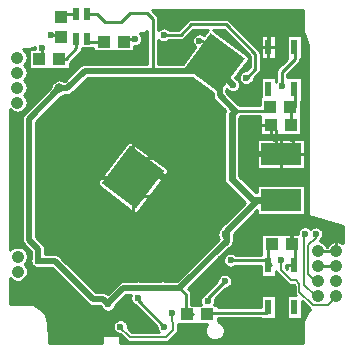
<source format=gbr>
G04 DipTrace 3.2.0.1*
G04 Bottom.gbr*
%MOIN*%
G04 #@! TF.FileFunction,Copper,L2,Bot*
G04 #@! TF.Part,Single*
%AMOUTLINE9*
4,1,4,
-0.014979,0.099094,
0.099094,0.014979,
0.014979,-0.099094,
-0.099094,-0.014979,
-0.014979,0.099094,
0*%
%AMOUTLINE12*
4,1,4,
-0.103974,-0.020286,
-0.00926,0.105529,
0.103974,0.020286,
0.00926,-0.105529,
-0.103974,-0.020286,
0*%
G04 #@! TA.AperFunction,CopperBalancing*
%ADD10C,0.009843*%
G04 #@! TA.AperFunction,Conductor*
%ADD16C,0.015748*%
%ADD17C,0.006299*%
G04 #@! TA.AperFunction,ViaPad*
%ADD22C,0.031496*%
G04 #@! TA.AperFunction,Conductor*
%ADD24C,0.019685*%
%ADD27C,0.020669*%
G04 #@! TA.AperFunction,ViaPad*
%ADD28C,0.023622*%
G04 #@! TA.AperFunction,Conductor*
%ADD29C,0.005906*%
G04 #@! TA.AperFunction,CopperBalancing*
%ADD30C,0.008661*%
%ADD33R,0.03937X0.043307*%
%ADD34R,0.043307X0.03937*%
%ADD35R,0.133858X0.074803*%
%ADD37R,0.023622X0.03937*%
G04 #@! TA.AperFunction,ComponentPad*
%ADD44C,0.041339*%
%ADD59R,0.023622X0.051181*%
G04 #@! TA.AperFunction,ViaPad*
%ADD61C,0.025984*%
%ADD125OUTLINE9*%
%ADD128OUTLINE12*%
%FSLAX26Y26*%
G04*
G70*
G90*
G75*
G01*
G04 Bottom*
%LPD*%
X275984Y77953D2*
D10*
X349606D1*
Y76772D1*
X330315Y125984D2*
Y96063D1*
X349606Y76772D1*
X388976Y126378D2*
Y84646D1*
X381102Y76772D1*
X349606D1*
X381496Y-176772D2*
Y-220866D1*
X384646Y-224016D1*
X393701D1*
Y-292126D1*
X392520Y-293307D1*
X532677Y-246457D2*
X471260D1*
Y-246850D1*
X330315Y125984D2*
Y156693D1*
X314567Y172441D1*
X356693Y527953D2*
X341732D1*
X307087Y493307D1*
Y433071D1*
X305906D1*
X-145434Y-867D2*
X-118190D1*
X-117323Y0D1*
X-118110Y61811D2*
X-47253D1*
X-46072Y62992D1*
X-118504Y-62205D2*
X-48434D1*
X-46072Y-64567D1*
X19282D1*
X19676Y-64173D1*
Y-1575D1*
X18888Y-787D1*
Y61811D1*
X19676Y62598D1*
X-45678D1*
X-116929Y62992D2*
X-118110Y61811D1*
Y787D1*
X-144567Y0D2*
X-145434Y-867D1*
X-117323Y0D2*
Y-61024D1*
X-118504Y-62205D1*
X-206693Y-224803D2*
X-140954D1*
X19676Y-64173D1*
X-353552Y110630D2*
Y75993D1*
X-275197Y-2362D1*
X402756Y-538189D2*
X351181Y-486614D1*
Y-403543D1*
X383858Y-370866D1*
X-275197Y-2362D2*
X-146929D1*
X-145434Y-867D1*
X305906Y-433071D2*
Y-446063D1*
X298819Y-453150D1*
X108268D1*
X103150Y-458268D1*
X317717Y-224016D2*
X306693D1*
Y-292520D1*
X305906Y-293307D1*
X180709Y-277165D2*
X297638D1*
X313780Y-293307D1*
X305906D1*
X464961Y-189764D2*
D17*
Y-202756D1*
X440157Y-227559D1*
Y-324409D1*
X462598Y-346850D1*
X471260D1*
X428740Y-188976D2*
X426772D1*
Y-360630D1*
X464173Y-398031D1*
X470079D1*
X471260Y-396850D1*
X532677Y-396457D2*
Y-400394D1*
X505512Y-427559D1*
X455906D1*
X410236Y-381890D1*
Y-356299D1*
X397244Y-343307D1*
X381102D1*
X347244Y-309449D1*
Y-277165D1*
X187795Y306693D2*
D24*
X147970Y346518D1*
D10*
X147010D1*
X128346Y380315D1*
X349606Y-76772D2*
D24*
X270472D1*
X167717Y-179528D1*
Y-212598D1*
X10236Y-370079D1*
X-127559D1*
X36220Y-458268D2*
D10*
X30709D1*
Y-390551D1*
X10236Y-370079D1*
X161417Y-190551D2*
D16*
X166929Y-218898D1*
X167717Y-212598D1*
X471260Y-296850D2*
D10*
X532677D1*
Y-296457D1*
X-390157Y296063D2*
D24*
X-363386D1*
X-304724Y354724D1*
X-78346D1*
X3543D1*
X91339D1*
X143701Y302362D1*
Y273228D1*
X196457Y220472D1*
D10*
X299213D1*
X312992Y234252D1*
X76772Y454724D2*
X103097Y448534D1*
X28294Y351290D1*
X3543Y354724D1*
X91339D2*
X102756D1*
X128346Y380315D1*
X-227559Y-424016D2*
X-224606Y-421063D1*
Y-417913D1*
D27*
X-176772Y-370079D1*
X-127559D1*
X-46457Y-368898D2*
D10*
X9843D1*
X30709Y-389764D2*
Y-440551D1*
X36220D1*
X53937Y-458268D1*
X36220D1*
X-461417Y-279134D2*
D24*
X-406299D1*
X-277953Y-407480D1*
X-244094D1*
X-227559Y-424016D1*
X-461417Y-279134D2*
Y-238976D1*
X-491732Y-208661D1*
Y194488D1*
X-390157Y296063D1*
X-297638Y544094D2*
D10*
X-264961D1*
X-237402Y516535D1*
X-185827D1*
X-155512Y546850D1*
X-97638D1*
X-78346Y527559D1*
Y354724D1*
X349606Y-76772D2*
D28*
X254331D1*
X184252Y-6693D1*
Y208268D1*
X196457Y220472D1*
X379921Y234252D2*
D10*
X394094D1*
Y291732D1*
X392520Y293307D1*
X381496Y172441D2*
Y232677D1*
X379921Y234252D1*
X350787Y302362D2*
Y350000D1*
X393701Y392913D1*
Y433071D1*
X392520D1*
X-333071Y544094D2*
X-373228D1*
X-384646Y532677D1*
X-390551Y394488D2*
X-368110D1*
X-333071Y429528D1*
Y461417D1*
X-241732Y451575D2*
X-291732D1*
X-297638Y457480D1*
Y461417D1*
X-417323Y472835D2*
X-391732D1*
X-384646Y465748D1*
X-447638Y429528D2*
Y404331D1*
X-457480Y394488D1*
X-139370Y460236D2*
X-166142D1*
X-174803Y451575D1*
X-41732Y473228D2*
X13780D1*
X48819Y508268D1*
X164567D1*
X262205Y410630D1*
Y358661D1*
X234252Y330709D1*
X233071D1*
X-187402Y-498819D2*
D29*
X-190157D1*
X-154724Y-534252D1*
X-33858D1*
X-10236Y-510630D1*
Y-486220D1*
X-16142Y-480315D1*
Y-455118D1*
X-15354Y-454331D1*
X-128346Y-404331D2*
D10*
Y-410630D1*
X-40157Y-498819D1*
X104331Y-412992D2*
Y-404331D1*
X161417Y-347244D1*
D28*
X394488Y545276D3*
X356693Y527953D3*
X17323Y519685D3*
X-41339Y518110D3*
X418504Y516535D3*
X-41732Y473228D3*
X-417323Y472835D3*
X-139370Y460236D3*
X76772Y454724D3*
X-447638Y429528D3*
X-108268Y403937D3*
X-24016Y393701D3*
X425197Y371654D3*
X-356693Y353543D3*
X427165Y334646D3*
X233071Y330709D3*
X-431890Y324803D3*
X187795Y306693D3*
X350787Y302362D3*
D22*
X-390157Y296063D3*
D28*
X242126Y284252D3*
X85433Y282283D3*
X428740Y255906D3*
X-380709Y249606D3*
X-83465Y216535D3*
X-412598Y216142D3*
X429528Y197244D3*
X-350394Y191339D3*
X-84252Y186220D3*
X-427953Y168110D3*
X-454724Y145276D3*
X429528Y132677D3*
X388976Y126378D3*
X330315Y125984D3*
X-353552Y110630D3*
X-455512Y87402D3*
X275984Y77953D3*
X-385039Y9843D3*
X-275197Y-2362D3*
X407874Y-3543D3*
X343701Y-4331D3*
X300394Y-4724D3*
X410236Y-137795D3*
X343701Y-138583D3*
X291732Y-139370D3*
X-520866Y-149606D3*
X-208268Y-157087D3*
X238976Y-174803D3*
X381496Y-176772D3*
X542913Y-177559D3*
X505906Y-187402D3*
X428740Y-188976D3*
X464961Y-189764D3*
X70866Y-194094D3*
X161417Y-190551D3*
X-286614Y-198031D3*
X-546850Y-198425D3*
X99213Y-222835D3*
X-544882Y-222441D3*
X-206693Y-224803D3*
X-283858Y-243307D3*
X12598Y-273622D3*
X-363386Y-272047D3*
X-461417Y-279134D3*
X149606Y-274803D3*
X-16929Y-295276D3*
X197638Y-314173D3*
X180709Y-277165D3*
X347244D3*
X-187402Y-498819D3*
X161417Y-347244D3*
X104331Y-372835D3*
X-46457Y-368898D3*
X-127559Y-370079D3*
X383858Y-370866D3*
X-506299Y-389764D3*
X-128346Y-404331D3*
X162598Y-398819D3*
X104331Y-412992D3*
X-498425Y-414567D3*
X-470079Y-414961D3*
X-227559Y-424016D3*
X-414173Y-440551D3*
X-110236Y-471260D3*
X-127165Y-500787D3*
X-40157Y-498819D3*
X-394882Y-509449D3*
X402756Y-538189D3*
X83071Y-541339D3*
X1181Y-544882D3*
X-15354Y-454331D3*
D61*
X-46072Y62992D3*
X19676Y62598D3*
X-118110Y61811D3*
X-117323Y0D3*
X-45678D3*
X18888Y-787D3*
X-118504Y-62205D3*
X19676Y-64173D3*
X-46072Y-64567D3*
X-71869Y547769D2*
D30*
X421182D1*
X-63445Y539239D2*
X421182D1*
X-59486Y530709D2*
X421182D1*
X-59216Y522178D2*
X36121D1*
X177265D2*
X421182D1*
X-59216Y513648D2*
X27510D1*
X185876D2*
X421182D1*
X-59216Y505118D2*
X18984D1*
X194402D2*
X421182D1*
X-59216Y496588D2*
X-51914D1*
X-31540D2*
X10441D1*
X202945D2*
X421182D1*
X55295Y488058D2*
X102350D1*
X124975D2*
X158091D1*
X211471D2*
X421182D1*
X-110287Y479528D2*
X-97471D1*
X46768D2*
X71748D1*
X81803D2*
X96023D1*
X136546D2*
X166617D1*
X219997D2*
X424193D1*
X-115768Y470997D2*
X-97471D1*
X38242D2*
X56726D1*
X148117D2*
X175143D1*
X228523D2*
X279893D1*
X331919D2*
X366507D1*
X418533D2*
X427661D1*
X-113451Y462467D2*
X-97471D1*
X29716D2*
X51972D1*
X159688D2*
X183670D1*
X237049D2*
X279893D1*
X331919D2*
X366507D1*
X418533D2*
X431129D1*
X-114161Y453937D2*
X-97471D1*
X-24739D2*
X50771D1*
X171259D2*
X192213D1*
X245592D2*
X279893D1*
X331919D2*
X366507D1*
X418533D2*
X433819D1*
X-118188Y445407D2*
X-97471D1*
X-59216D2*
X52547D1*
X182814D2*
X200739D1*
X254118D2*
X279893D1*
X331919D2*
X366507D1*
X418533D2*
X436390D1*
X-129184Y436877D2*
X-97471D1*
X-59216D2*
X58181D1*
X194385D2*
X209265D1*
X262644D2*
X279893D1*
X331919D2*
X366507D1*
X418533D2*
X438505D1*
X-481510Y428346D2*
X-473634D1*
X-313983D2*
X-277585D1*
X-138945D2*
X-97471D1*
X-59216D2*
X58282D1*
X205956D2*
X217791D1*
X271170D2*
X279893D1*
X331919D2*
X366507D1*
X418533D2*
X438505D1*
X-502944Y419816D2*
X-493342D1*
X-316740D2*
X-277585D1*
X-138945D2*
X-97471D1*
X-59216D2*
X51989D1*
X217527D2*
X226334D1*
X331919D2*
X366507D1*
X418533D2*
X438522D1*
X-497734Y411286D2*
X-493351D1*
X-324624D2*
X-97471D1*
X-59216D2*
X45696D1*
X229098D2*
X234848D1*
X331919D2*
X366507D1*
X418533D2*
X438522D1*
X-333150Y402756D2*
X-97471D1*
X-59216D2*
X39403D1*
X331919D2*
X366507D1*
X418533D2*
X438522D1*
X-341676Y394226D2*
X-97471D1*
X-59216D2*
X33110D1*
X331919D2*
X366507D1*
X418533D2*
X438539D1*
X-350219Y385696D2*
X-97471D1*
X-59216D2*
X26834D1*
X237810D2*
X243091D1*
X281337D2*
X359791D1*
X411343D2*
X438539D1*
X-502200Y377165D2*
X-493342D1*
X-354685D2*
X-311401D1*
X231517D2*
X243081D1*
X281337D2*
X351265D1*
X404644D2*
X438539D1*
X-501997Y368635D2*
X-493342D1*
X-354685D2*
X-324461D1*
X225224D2*
X243081D1*
X281337D2*
X342739D1*
X396118D2*
X438555D1*
X-497260Y360105D2*
X-332987D1*
X218931D2*
X236958D1*
X281337D2*
X334720D1*
X387575D2*
X438555D1*
X-495230Y351575D2*
X-341530D1*
X212638D2*
X218176D1*
X279899D2*
X331726D1*
X379049D2*
X438572D1*
X-495416Y343045D2*
X-350056D1*
X273285D2*
X331658D1*
X370523D2*
X438572D1*
X-497852Y334514D2*
X-358583D1*
X200069D2*
X207353D1*
X264742D2*
X331658D1*
X369914D2*
X438572D1*
X-503164Y325984D2*
X-367109D1*
X-299824D2*
X59280D1*
X258635D2*
X279893D1*
X418533D2*
X438589D1*
X-501134Y317454D2*
X-410737D1*
X-308350D2*
X70851D1*
X255302D2*
X279893D1*
X418533D2*
X438589D1*
X-496837Y308924D2*
X-417115D1*
X-316876D2*
X82422D1*
X213704D2*
X219635D1*
X246505D2*
X279893D1*
X418533D2*
X438589D1*
X-495128Y300394D2*
X-419788D1*
X-325402D2*
X93977D1*
X213010D2*
X279893D1*
X418533D2*
X438606D1*
X-495619Y291864D2*
X-428009D1*
X-333928D2*
X105548D1*
X208967D2*
X279893D1*
X418533D2*
X438606D1*
X-498393Y283333D2*
X-436535D1*
X-342471D2*
X117119D1*
X167741D2*
X177613D1*
X197988D2*
X279893D1*
X418533D2*
X438606D1*
X-504213Y274803D2*
X-445061D1*
X-353281D2*
X119656D1*
X175776D2*
X279893D1*
X418533D2*
X438623D1*
X-500356Y266273D2*
X-453604D1*
X-386302D2*
X120722D1*
X184302D2*
X277135D1*
X418533D2*
X438623D1*
X-496465Y257743D2*
X-462130D1*
X-394829D2*
X125577D1*
X192828D2*
X277135D1*
X418533D2*
X438623D1*
X-495061Y249213D2*
X-470657D1*
X-403355D2*
X134069D1*
X201371D2*
X277135D1*
X415775D2*
X438640D1*
X-495856Y240682D2*
X-479183D1*
X-411881D2*
X142596D1*
X212300D2*
X277135D1*
X415775D2*
X438640D1*
X-498985Y232152D2*
X-487726D1*
X-420424D2*
X151122D1*
X415775D2*
X438640D1*
X-505380Y223622D2*
X-496252D1*
X-428950D2*
X159665D1*
X415775D2*
X438657D1*
X-554845Y215092D2*
X-539237D1*
X-520605D2*
X-504778D1*
X-437476D2*
X159174D1*
X415775D2*
X438657D1*
X-554828Y206562D2*
X-512390D1*
X-446002D2*
X158244D1*
X415775D2*
X438674D1*
X-554828Y198031D2*
X-515503D1*
X-454545D2*
X158244D1*
X210456D2*
X278708D1*
X417349D2*
X438674D1*
X-554811Y189501D2*
X-515774D1*
X-463071D2*
X158244D1*
X210270D2*
X278708D1*
X417349D2*
X438674D1*
X-554811Y180971D2*
X-515774D1*
X-467689D2*
X158244D1*
X210270D2*
X278708D1*
X417349D2*
X438691D1*
X-554811Y172441D2*
X-515774D1*
X-467689D2*
X158244D1*
X210270D2*
X278708D1*
X417349D2*
X438691D1*
X-554794Y163911D2*
X-515774D1*
X-467689D2*
X158244D1*
X210270D2*
X278708D1*
X417349D2*
X438691D1*
X-554794Y155381D2*
X-515774D1*
X-467689D2*
X158244D1*
X210270D2*
X278708D1*
X417349D2*
X438708D1*
X-554777Y146850D2*
X-515774D1*
X-467689D2*
X158244D1*
X210270D2*
X278708D1*
X417349D2*
X438708D1*
X-554777Y138320D2*
X-515774D1*
X-467689D2*
X158244D1*
X210270D2*
X438708D1*
X-554760Y129790D2*
X-515774D1*
X-467689D2*
X158244D1*
X210270D2*
X438725D1*
X-554760Y121260D2*
X-515774D1*
X-467689D2*
X158244D1*
X210270D2*
X268474D1*
X430747D2*
X438725D1*
X-554743Y112730D2*
X-515774D1*
X-467689D2*
X-166187D1*
X-142362D2*
X158244D1*
X210270D2*
X268474D1*
X430747D2*
X438725D1*
X-554743Y104199D2*
X-515774D1*
X-467689D2*
X-172599D1*
X-131044D2*
X158244D1*
X210270D2*
X268474D1*
X430747D2*
X438742D1*
X-554726Y95669D2*
X-515774D1*
X-467689D2*
X-179027D1*
X-119710D2*
X158244D1*
X210270D2*
X268474D1*
X430747D2*
X438742D1*
X-554726Y87139D2*
X-515774D1*
X-467689D2*
X-185439D1*
X-108376D2*
X158244D1*
X210270D2*
X268474D1*
X430747D2*
X438742D1*
X-554709Y78609D2*
X-515774D1*
X-467689D2*
X-191867D1*
X-97042D2*
X158244D1*
X210270D2*
X268474D1*
X430747D2*
X438758D1*
X-554709Y70079D2*
X-515774D1*
X-467689D2*
X-198296D1*
X-85707D2*
X158244D1*
X210270D2*
X268474D1*
X430747D2*
X438758D1*
X-554709Y61549D2*
X-515774D1*
X-467689D2*
X-204707D1*
X-74373D2*
X158244D1*
X210270D2*
X268474D1*
X430747D2*
X438758D1*
X-554693Y53018D2*
X-515774D1*
X-467689D2*
X-211135D1*
X-63056D2*
X158244D1*
X210270D2*
X268474D1*
X430747D2*
X438775D1*
X-554693Y44488D2*
X-515774D1*
X-467689D2*
X-217547D1*
X-51721D2*
X158244D1*
X210270D2*
X268474D1*
X430747D2*
X438775D1*
X-554676Y35958D2*
X-515774D1*
X-467689D2*
X-223975D1*
X-40387D2*
X158244D1*
X210270D2*
X268474D1*
X430747D2*
X438792D1*
X-554676Y27428D2*
X-515774D1*
X-467689D2*
X-230404D1*
X-29932D2*
X158244D1*
X210270D2*
X268474D1*
X430747D2*
X438792D1*
X-554659Y18898D2*
X-515774D1*
X-467689D2*
X-236815D1*
X-27260D2*
X158244D1*
X210270D2*
X438792D1*
X-554659Y10367D2*
X-515774D1*
X-467689D2*
X-243244D1*
X-30711D2*
X158244D1*
X210270D2*
X438809D1*
X-554642Y1837D2*
X-515774D1*
X-467689D2*
X-249655D1*
X-37139D2*
X158244D1*
X212147D2*
X438809D1*
X-554642Y-6693D2*
X-515774D1*
X-467689D2*
X-256083D1*
X-43551D2*
X158244D1*
X220690D2*
X438809D1*
X-554625Y-15223D2*
X-515774D1*
X-467689D2*
X-262224D1*
X-49979D2*
X159732D1*
X229216D2*
X438826D1*
X-554625Y-23753D2*
X-515774D1*
X-467689D2*
X-263358D1*
X-56390D2*
X164909D1*
X237743D2*
X438826D1*
X-554608Y-32283D2*
X-515774D1*
X-467689D2*
X-257674D1*
X-62819D2*
X173401D1*
X246269D2*
X268474D1*
X430747D2*
X438826D1*
X-554608Y-40814D2*
X-515774D1*
X-467689D2*
X-246339D1*
X-69247D2*
X181944D1*
X254812D2*
X268474D1*
X430747D2*
X438843D1*
X-554591Y-49344D2*
X-515774D1*
X-467689D2*
X-235005D1*
X-75659D2*
X190470D1*
X263338D2*
X268474D1*
X430747D2*
X438843D1*
X-554591Y-57874D2*
X-515774D1*
X-467689D2*
X-223671D1*
X-82087D2*
X198996D1*
X430747D2*
X438843D1*
X-554591Y-66404D2*
X-515774D1*
X-467689D2*
X-212337D1*
X-88499D2*
X207522D1*
X430747D2*
X438860D1*
X-554574Y-74934D2*
X-515774D1*
X-467689D2*
X-201019D1*
X-94927D2*
X216065D1*
X430747D2*
X438860D1*
X-554574Y-83465D2*
X-515774D1*
X-467689D2*
X-189685D1*
X-101355D2*
X224591D1*
X430747D2*
X438860D1*
X-554557Y-91995D2*
X-515774D1*
X-467689D2*
X-178351D1*
X-107767D2*
X221597D1*
X430747D2*
X438877D1*
X-554557Y-100525D2*
X-515774D1*
X-467689D2*
X-167016D1*
X-114195D2*
X213071D1*
X430747D2*
X438877D1*
X-554540Y-109055D2*
X-515774D1*
X-467689D2*
X-155682D1*
X-120607D2*
X204545D1*
X430747D2*
X438894D1*
X-554540Y-117585D2*
X-515774D1*
X-467689D2*
X-144297D1*
X-128050D2*
X196002D1*
X263304D2*
X268474D1*
X430747D2*
X438894D1*
X-554523Y-126115D2*
X-515774D1*
X-467689D2*
X187476D1*
X254778D2*
X268474D1*
X430747D2*
X438894D1*
X-554523Y-134646D2*
X-515774D1*
X-467689D2*
X178950D1*
X246252D2*
X455354D1*
X-554506Y-143176D2*
X-515774D1*
X-467689D2*
X170424D1*
X237726D2*
X483030D1*
X-554506Y-151706D2*
X-515774D1*
X-467689D2*
X161881D1*
X229183D2*
X510706D1*
X-554490Y-160236D2*
X-515774D1*
X-467689D2*
X153355D1*
X220657D2*
X538382D1*
X-554490Y-168766D2*
X-515774D1*
X-467689D2*
X146317D1*
X212130D2*
X412910D1*
X444568D2*
X450245D1*
X479670D2*
X553793D1*
X-554490Y-177297D2*
X-515774D1*
X-467689D2*
X139178D1*
X203604D2*
X405601D1*
X487672D2*
X553725D1*
X-554473Y-185827D2*
X-515774D1*
X-467689D2*
X135846D1*
X195061D2*
X402929D1*
X490666D2*
X553641D1*
X-554473Y-194357D2*
X-515774D1*
X-467689D2*
X135693D1*
X191763D2*
X281855D1*
X490548D2*
X553573D1*
X-554456Y-202887D2*
X-515774D1*
X-463849D2*
X138637D1*
X191763D2*
X281855D1*
X487283D2*
X553488D1*
X-554456Y-211417D2*
X-515621D1*
X-455323D2*
X135254D1*
X191763D2*
X281855D1*
X479856D2*
X553421D1*
X-554439Y-219948D2*
X-512847D1*
X-446797D2*
X126711D1*
X190561D2*
X281855D1*
X492933D2*
X510503D1*
X-554439Y-228478D2*
X-505573D1*
X-439878D2*
X118185D1*
X186721D2*
X281855D1*
X-554422Y-237008D2*
X-548786D1*
X-509474D2*
X-497030D1*
X-437459D2*
X109658D1*
X178838D2*
X281855D1*
X-500626Y-245538D2*
X-488504D1*
X-437374D2*
X101132D1*
X168434D2*
X281855D1*
X-496194Y-254068D2*
X-485459D1*
X-437374D2*
X92589D1*
X159891D2*
X169899D1*
X191526D2*
X281855D1*
X-494367Y-262598D2*
X-485459D1*
X-389178D2*
X84063D1*
X151365D2*
X159343D1*
X-494756Y-271129D2*
X-486119D1*
X-380652D2*
X75537D1*
X142839D2*
X155435D1*
X-497412Y-279659D2*
X-487421D1*
X-372126D2*
X67011D1*
X134313D2*
X154809D1*
X-503062Y-288189D2*
X-485746D1*
X-363600D2*
X58485D1*
X125770D2*
X157245D1*
X-499814Y-296719D2*
X-480265D1*
X-355057D2*
X49942D1*
X117244D2*
X164029D1*
X197396D2*
X279893D1*
X-495788Y-305249D2*
X-413833D1*
X-346531D2*
X41416D1*
X108718D2*
X279893D1*
X-494299Y-313780D2*
X-405307D1*
X-338005D2*
X32890D1*
X100192D2*
X279893D1*
X-494976Y-322310D2*
X-396781D1*
X-329479D2*
X24364D1*
X91649D2*
X157262D1*
X165558D2*
X279893D1*
X-497987Y-330840D2*
X-388238D1*
X-320936D2*
X15821D1*
X83123D2*
X141496D1*
X181342D2*
X279893D1*
X331919D2*
X344447D1*
X-504196Y-339370D2*
X-379712D1*
X-312410D2*
X7295D1*
X74597D2*
X136658D1*
X186163D2*
X352973D1*
X-554320Y-347900D2*
X-539863D1*
X-518406D2*
X-371186D1*
X-303884D2*
X-185912D1*
X66071D2*
X134069D1*
X187432D2*
X361516D1*
X-554320Y-356430D2*
X-362659D1*
X-295358D2*
X-197467D1*
X57528D2*
X125543D1*
X185689D2*
X370262D1*
X-554303Y-364961D2*
X-354116D1*
X-286831D2*
X-205993D1*
X49001D2*
X117017D1*
X180141D2*
X392880D1*
X-554303Y-373491D2*
X-345590D1*
X-278288D2*
X-214536D1*
X41118D2*
X108474D1*
X161854D2*
X392880D1*
X-554287Y-382021D2*
X-337064D1*
X-269762D2*
X-223062D1*
X48105D2*
X99948D1*
X153328D2*
X392880D1*
X-554287Y-390551D2*
X-328538D1*
X49830D2*
X91422D1*
X144801D2*
X395333D1*
X-554270Y-399081D2*
X-319995D1*
X-171425D2*
X-153804D1*
X49830D2*
X82507D1*
X136275D2*
X279893D1*
X331919D2*
X366507D1*
X-554270Y-407612D2*
X-311469D1*
X-179951D2*
X-154143D1*
X49830D2*
X78904D1*
X129762D2*
X279893D1*
X331919D2*
X366507D1*
X-554270Y-416142D2*
X-302943D1*
X-188494D2*
X-151419D1*
X49830D2*
X78515D1*
X130151D2*
X279893D1*
X331919D2*
X366507D1*
X-476452Y-424672D2*
X-294366D1*
X-197020D2*
X-144009D1*
X49830D2*
X81187D1*
X127462D2*
X279893D1*
X331919D2*
X366507D1*
X418533D2*
X428828D1*
X-460533Y-433202D2*
X-252023D1*
X-203279D2*
X-132472D1*
X139016D2*
X279893D1*
X331919D2*
X366507D1*
X418533D2*
X437371D1*
X-450400Y-441732D2*
X-246272D1*
X-208845D2*
X-123929D1*
X331919D2*
X366507D1*
X418533D2*
X444612D1*
X-442991Y-450262D2*
X-115403D1*
X331919D2*
X366507D1*
X418533D2*
X437794D1*
X-435581Y-458793D2*
X-106877D1*
X331919D2*
X366507D1*
X418533D2*
X432448D1*
X-431640Y-467323D2*
X-98351D1*
X331919D2*
X366507D1*
X418533D2*
X428253D1*
X-429102Y-475853D2*
X-198515D1*
X-176280D2*
X-89808D1*
X139016D2*
X424058D1*
X-426564Y-484383D2*
X-208869D1*
X-165944D2*
X-81282D1*
X147204D2*
X421419D1*
X-425516Y-492913D2*
X-212709D1*
X-162087D2*
X-72756D1*
X6929D2*
X99999D1*
X155899D2*
X420894D1*
X-425516Y-501444D2*
X-213284D1*
X-161529D2*
X-66040D1*
X6929D2*
X95736D1*
X160179D2*
X420370D1*
X-425516Y-509974D2*
X-210814D1*
X-155100D2*
X-63570D1*
X6929D2*
X94112D1*
X161786D2*
X419862D1*
X-425516Y-518504D2*
X-203912D1*
X4899D2*
X94755D1*
X161160D2*
X419642D1*
X-425516Y-527034D2*
X-246221D1*
X-2730D2*
X97783D1*
X158132D2*
X419727D1*
X-425516Y-535564D2*
X-247321D1*
X-186921D2*
X-177319D1*
X-11273D2*
X104144D1*
X151754D2*
X419795D1*
X-425516Y-544094D2*
X-247321D1*
X-186921D2*
X-168793D1*
X-19799D2*
X120130D1*
X135768D2*
X419879D1*
X-425516Y-552625D2*
X-247321D1*
X-186921D2*
X419947D1*
X270205Y127512D2*
X429874D1*
Y26031D1*
X269339D1*
Y127512D1*
X270205D1*
X-489782Y427512D2*
X-472710Y427554D1*
X-472698Y431600D1*
X-477715Y428979D1*
X-482951Y428282D1*
X-489759Y427513D1*
X-24464Y454968D2*
X-26950Y452882D1*
X-30315Y450820D1*
X-33961Y449310D1*
X-37798Y448388D1*
X-41732Y448079D1*
X-45667Y448388D1*
X-49504Y449310D1*
X-53150Y450820D1*
X-56515Y452882D1*
X-59516Y455445D1*
X-60086Y456062D1*
X-60087Y377896D1*
X21932Y377906D1*
X63043Y433637D1*
X60438Y435600D1*
X57648Y438391D1*
X55328Y441584D1*
X53536Y445100D1*
X52317Y448853D1*
X51700Y452751D1*
Y456698D1*
X52317Y460595D1*
X53536Y464349D1*
X55328Y467865D1*
X57648Y471058D1*
X60438Y473848D1*
X63631Y476168D1*
X67147Y477960D1*
X70901Y479179D1*
X74798Y479796D1*
X78745D1*
X82643Y479179D1*
X86396Y477960D1*
X89912Y476168D1*
X92845Y474054D1*
X103286Y488144D1*
X104780Y489616D1*
X103937Y490008D1*
X56384D1*
X25638Y459343D1*
X23320Y457659D1*
X20767Y456358D1*
X18042Y455473D1*
X15212Y455025D1*
X-7874Y454968D1*
X-24436D1*
X197297Y329974D2*
X200936Y328136D1*
X204129Y325817D1*
X206919Y323026D1*
X209239Y319834D1*
X211030Y316317D1*
X212250Y312564D1*
X212867Y308666D1*
Y304720D1*
X212250Y300822D1*
X211030Y297069D1*
X209239Y293552D1*
X206919Y290360D1*
X204129Y287569D1*
X200936Y285249D1*
X197420Y283458D1*
X193666Y282238D1*
X189768Y281621D1*
X185822D1*
X181924Y282238D1*
X178171Y283458D1*
X174655Y285249D1*
X171462Y287569D1*
X168671Y290360D1*
X167616Y291698D1*
X166882Y289370D1*
Y282823D1*
X206081Y243708D1*
X209597Y241916D1*
X212790Y239596D1*
X213780Y238732D1*
X278000Y238733D1*
Y267275D1*
X280756Y267370D1*
Y332236D1*
X331055D1*
Y317941D1*
X332527Y319685D1*
X332584Y351433D1*
X333032Y354263D1*
X333917Y356988D1*
X335218Y359541D1*
X336902Y361859D1*
X353187Y378223D1*
X369108Y394145D1*
X367370Y394142D1*
Y472000D1*
X417669D1*
Y394142D1*
X411961Y394094D1*
X411904Y391481D1*
X411456Y388651D1*
X410571Y385926D1*
X409270Y383373D1*
X407586Y381054D1*
X391301Y364690D1*
X369040Y342429D1*
X369047Y332220D1*
X417669Y332236D1*
Y254378D1*
X414914Y254283D1*
X414899Y205465D1*
X416488D1*
Y139417D1*
X279575D1*
Y201228D1*
X278000D1*
Y202226D1*
X213766Y202212D1*
X209396Y197844D1*
X209402Y3726D1*
X264752Y-51626D1*
X269336Y-51622D1*
X269339Y-26032D1*
X429874D1*
Y-127512D1*
X269339D1*
Y-110680D1*
X190893Y-189134D1*
X190826Y-214417D1*
X190257Y-218010D1*
X189133Y-221470D1*
X187478Y-224716D1*
X185369Y-229383D1*
X183501Y-232139D1*
X181226Y-234568D1*
X178599Y-236612D1*
X175678Y-238222D1*
X171859Y-241239D1*
X39930Y-373168D1*
X44594Y-377905D1*
X46278Y-380223D1*
X47579Y-382776D1*
X48464Y-385501D1*
X48912Y-388331D1*
X48969Y-403543D1*
Y-425248D1*
X82351Y-425244D1*
X81096Y-422616D1*
X79876Y-418863D1*
X79259Y-414965D1*
Y-411019D1*
X79876Y-407121D1*
X81096Y-403368D1*
X82887Y-399851D1*
X85207Y-396659D1*
X87997Y-393868D1*
X91412Y-391424D1*
X136289Y-346550D1*
X136577Y-343310D1*
X137499Y-339472D1*
X139009Y-335826D1*
X141071Y-332462D1*
X143634Y-329461D1*
X146635Y-326898D1*
X150000Y-324836D1*
X153646Y-323325D1*
X157483Y-322404D1*
X161417Y-322094D1*
X165352Y-322404D1*
X169189Y-323325D1*
X172835Y-324836D1*
X176200Y-326898D1*
X179201Y-329461D1*
X181764Y-332462D1*
X183826Y-335826D1*
X185336Y-339472D1*
X186257Y-343310D1*
X186567Y-347244D1*
X186257Y-351178D1*
X185336Y-355016D1*
X183826Y-358662D1*
X181764Y-362027D1*
X179201Y-365028D1*
X176200Y-367591D1*
X172835Y-369653D1*
X169189Y-371163D1*
X165352Y-372084D1*
X162080Y-372405D1*
X128479Y-406006D1*
X129171Y-409058D1*
X129480Y-412992D1*
X129171Y-416926D1*
X128249Y-420764D1*
X126739Y-424410D1*
X126268Y-425251D1*
X138142Y-425244D1*
Y-434904D1*
X280769Y-434890D1*
X280756Y-394142D1*
X331055D1*
Y-472000D1*
X280756D1*
Y-471408D1*
X138126Y-471409D1*
X138158Y-480404D1*
X142945Y-482387D1*
X147364Y-485094D1*
X151304Y-488460D1*
X154669Y-492400D1*
X157377Y-496819D1*
X159360Y-501606D1*
X160570Y-506645D1*
X160976Y-511811D1*
X160570Y-516977D1*
X159360Y-522016D1*
X157377Y-526803D1*
X154669Y-531222D1*
X151304Y-535162D1*
X147364Y-538528D1*
X142945Y-541235D1*
X138158Y-543218D1*
X133119Y-544428D1*
X127953Y-544835D1*
X122787Y-544428D1*
X117748Y-543218D1*
X112960Y-541235D1*
X108542Y-538528D1*
X104602Y-535162D1*
X101236Y-531222D1*
X98528Y-526803D1*
X96545Y-522016D1*
X95336Y-516977D1*
X94929Y-511811D1*
X95336Y-506645D1*
X96545Y-501606D1*
X98528Y-496819D1*
X101236Y-492400D1*
X102108Y-491295D1*
X6066Y-491292D1*
X6005Y-511908D1*
X5605Y-514433D1*
X4815Y-516864D1*
X3655Y-519142D1*
X2152Y-521210D1*
X-17090Y-540523D1*
X-23278Y-546640D1*
X-25346Y-548143D1*
X-27624Y-549303D1*
X-30055Y-550093D1*
X-32580Y-550493D1*
X-59843Y-550543D1*
X-156003Y-550493D1*
X-158528Y-550093D1*
X-160959Y-549303D1*
X-163237Y-548143D1*
X-165305Y-546640D1*
X-184618Y-527398D1*
X-188051Y-523965D1*
X-191336Y-523659D1*
X-195173Y-522738D1*
X-198819Y-521227D1*
X-202184Y-519165D1*
X-205185Y-516602D1*
X-207748Y-513601D1*
X-209810Y-510237D1*
X-211320Y-506591D1*
X-212242Y-502753D1*
X-212551Y-498819D1*
X-212242Y-494885D1*
X-211320Y-491047D1*
X-209810Y-487401D1*
X-207748Y-484036D1*
X-205185Y-481035D1*
X-202184Y-478472D1*
X-198819Y-476410D1*
X-195173Y-474900D1*
X-191336Y-473979D1*
X-187402Y-473669D1*
X-183467Y-473979D1*
X-179630Y-474900D1*
X-175984Y-476410D1*
X-172619Y-478472D1*
X-169618Y-481035D1*
X-167055Y-484036D1*
X-164993Y-487401D1*
X-163483Y-491047D1*
X-162562Y-494885D1*
X-162252Y-498819D1*
X-162562Y-502753D1*
X-162665Y-503275D1*
X-147979Y-517958D1*
X-56491Y-517943D1*
X-59281Y-515152D1*
X-61601Y-511960D1*
X-63393Y-508443D1*
X-64612Y-504690D1*
X-65230Y-500792D1*
X-65318Y-499481D1*
X-136767Y-428032D1*
X-139764Y-426739D1*
X-143129Y-424677D1*
X-146130Y-422114D1*
X-148693Y-419113D1*
X-150755Y-415748D1*
X-152265Y-412102D1*
X-153186Y-408265D1*
X-153496Y-404331D1*
X-153186Y-400396D1*
X-152265Y-396559D1*
X-151139Y-393747D1*
X-166958Y-393752D1*
X-203107Y-429893D1*
X-204324Y-433640D1*
X-206115Y-437156D1*
X-208435Y-440349D1*
X-211226Y-443140D1*
X-214418Y-445459D1*
X-217935Y-447251D1*
X-221688Y-448470D1*
X-225586Y-449088D1*
X-229532D1*
X-233430Y-448470D1*
X-237183Y-447251D1*
X-240700Y-445459D1*
X-243892Y-443140D1*
X-246683Y-440349D1*
X-249003Y-437156D1*
X-250840Y-433517D1*
X-253700Y-430658D1*
X-279772Y-430590D1*
X-283364Y-430021D1*
X-286824Y-428897D1*
X-290065Y-427246D1*
X-293008Y-425107D1*
X-303531Y-414685D1*
X-415890Y-302326D1*
X-451793Y-302369D1*
X-455546Y-303589D1*
X-459444Y-304206D1*
X-463391D1*
X-467288Y-303589D1*
X-471042Y-302369D1*
X-474558Y-300577D1*
X-477751Y-298258D1*
X-480541Y-295467D1*
X-482861Y-292274D1*
X-484653Y-288758D1*
X-485872Y-285005D1*
X-486489Y-281107D1*
Y-277161D1*
X-485872Y-273263D1*
X-484598Y-269390D1*
X-484599Y-248565D1*
X-509359Y-223716D1*
X-511498Y-220774D1*
X-513149Y-217532D1*
X-514273Y-214073D1*
X-514842Y-210480D1*
X-514914Y-195669D1*
X-514842Y196307D1*
X-514273Y199900D1*
X-513149Y203359D1*
X-511498Y206600D1*
X-509359Y209543D1*
X-498937Y220067D1*
X-418971Y300033D1*
X-418440Y302853D1*
X-417030Y307194D1*
X-414958Y311261D1*
X-412275Y314953D1*
X-409048Y318181D1*
X-405355Y320863D1*
X-401288Y322936D1*
X-396948Y324346D1*
X-392440Y325060D1*
X-387875D1*
X-383367Y324346D1*
X-379027Y322936D1*
X-374960Y320863D1*
X-372830Y319412D1*
X-319779Y372351D1*
X-316837Y374490D1*
X-313595Y376141D1*
X-310136Y377265D1*
X-306543Y377834D1*
X-291732Y377906D1*
X-96597D1*
X-96663Y486700D1*
X-100855Y483654D1*
X-105473Y481301D1*
X-110401Y479700D1*
X-115519Y478889D1*
X-120701D1*
X-122783Y479136D1*
X-120246Y476570D1*
X-117927Y473377D1*
X-116135Y469861D1*
X-114915Y466107D1*
X-114298Y462209D1*
Y458263D1*
X-114915Y454365D1*
X-116135Y450612D1*
X-117927Y447096D1*
X-120246Y443903D1*
X-123037Y441112D1*
X-126229Y438793D1*
X-129746Y437001D1*
X-133499Y435781D1*
X-137397Y435164D1*
X-139809Y435104D1*
X-139811Y418551D1*
X-276724D1*
X-276819Y428394D1*
X-314831D1*
X-315315Y425265D1*
X-316201Y422540D1*
X-317502Y419987D1*
X-319186Y417669D1*
X-335470Y401304D1*
X-355203Y381573D1*
X-355559Y379874D1*
Y361464D1*
X-492472D1*
Y427210D1*
X-503398Y425987D1*
X-510401Y425888D1*
X-507835Y423891D1*
X-504061Y420118D1*
X-500925Y415801D1*
X-498502Y411046D1*
X-496853Y405970D1*
X-496018Y400700D1*
Y395363D1*
X-496853Y390093D1*
X-498502Y385017D1*
X-500925Y380262D1*
X-504061Y375945D1*
X-506893Y373043D1*
X-504061Y370118D1*
X-500925Y365801D1*
X-498502Y361046D1*
X-496853Y355970D1*
X-496018Y350700D1*
Y345363D1*
X-496853Y340093D1*
X-498502Y335017D1*
X-500925Y330262D1*
X-504061Y325945D1*
X-506893Y323043D1*
X-504061Y320118D1*
X-500925Y315801D1*
X-498502Y311046D1*
X-496853Y305970D1*
X-496018Y300700D1*
Y295363D1*
X-496853Y290093D1*
X-498502Y285017D1*
X-500925Y280262D1*
X-504061Y275945D1*
X-506893Y273043D1*
X-504061Y270118D1*
X-500925Y265801D1*
X-498502Y261046D1*
X-496853Y255970D1*
X-496018Y250700D1*
Y245363D1*
X-496853Y240093D1*
X-498502Y235017D1*
X-500925Y230262D1*
X-504061Y225945D1*
X-507835Y222172D1*
X-512152Y219035D1*
X-516907Y216612D1*
X-521982Y214963D1*
X-527253Y214128D1*
X-532589D1*
X-537860Y214963D1*
X-542936Y216612D1*
X-547690Y219035D1*
X-552008Y222172D1*
X-555717Y225876D1*
X-555287Y-243606D1*
X-553181Y-241307D1*
X-549123Y-237841D1*
X-544573Y-235053D1*
X-539643Y-233011D1*
X-534454Y-231765D1*
X-529134Y-231346D1*
X-523814Y-231765D1*
X-518625Y-233011D1*
X-513695Y-235053D1*
X-509145Y-237841D1*
X-505087Y-241307D1*
X-501621Y-245365D1*
X-498833Y-249915D1*
X-496790Y-254845D1*
X-495545Y-260034D1*
X-495126Y-265354D1*
X-495545Y-270674D1*
X-496790Y-275863D1*
X-498833Y-280794D1*
X-501621Y-285344D1*
X-505087Y-289402D1*
X-506105Y-290343D1*
X-503274Y-293268D1*
X-500137Y-297585D1*
X-497715Y-302340D1*
X-496066Y-307415D1*
X-495231Y-312686D1*
Y-318023D1*
X-496066Y-323293D1*
X-497715Y-328369D1*
X-500137Y-333123D1*
X-503274Y-337441D1*
X-507048Y-341214D1*
X-511365Y-344351D1*
X-516120Y-346774D1*
X-521195Y-348423D1*
X-526466Y-349257D1*
X-531802D1*
X-537073Y-348423D1*
X-542148Y-346774D1*
X-546903Y-344351D1*
X-551220Y-341214D1*
X-554994Y-337441D1*
X-555207Y-337170D1*
X-555096Y-422856D1*
X-480403Y-423285D1*
X-479116Y-423711D1*
X-456438Y-435919D1*
X-452946Y-439799D1*
X-434516Y-461092D1*
X-434081Y-462014D1*
X-426415Y-488015D1*
X-426378Y-544882D1*
Y-554338D1*
X-246467Y-554331D1*
X-246403Y-529244D1*
X-245985Y-527955D1*
X-245188Y-526859D1*
X-244092Y-526063D1*
X-242803Y-525644D1*
X-233431Y-525659D1*
X-191415Y-526043D1*
X-190130Y-526472D1*
X-189040Y-527277D1*
X-188252Y-528379D1*
X-187843Y-529671D1*
X-187793Y-553940D1*
X420824Y-554328D1*
X420473Y-514210D1*
X422543Y-480953D1*
X422880Y-479991D1*
X435988Y-453594D1*
X446165Y-440873D1*
X444247Y-439218D1*
X417679Y-412650D1*
X417669Y-472000D1*
X367370D1*
Y-394142D1*
X399157D1*
X396897Y-391581D1*
X395545Y-389375D1*
X394555Y-386985D1*
X393951Y-384469D1*
X393748Y-381890D1*
Y-363129D1*
X390407Y-359788D1*
X379809Y-359745D1*
X377253Y-359340D1*
X374793Y-358540D1*
X372487Y-357366D1*
X370394Y-355845D1*
X351070Y-336592D1*
X334706Y-320157D1*
X333186Y-318064D1*
X332011Y-315759D1*
X331210Y-313293D1*
X331055Y-315008D1*
Y-332236D1*
X280756D1*
Y-295442D1*
X197990Y-295425D1*
X195491Y-297512D1*
X192126Y-299574D1*
X188480Y-301084D1*
X184643Y-302005D1*
X180709Y-302315D1*
X176774Y-302005D1*
X172937Y-301084D1*
X169291Y-299574D1*
X165926Y-297512D1*
X162925Y-294949D1*
X160362Y-291948D1*
X158300Y-288583D1*
X156790Y-284937D1*
X155869Y-281100D1*
X155559Y-277165D1*
X155869Y-273231D1*
X156790Y-269394D1*
X158300Y-265748D1*
X160362Y-262383D1*
X162925Y-259382D1*
X165926Y-256819D1*
X169291Y-254757D1*
X172937Y-253247D1*
X176774Y-252325D1*
X180709Y-252016D1*
X184643Y-252325D1*
X188480Y-253247D1*
X192126Y-254757D1*
X195491Y-256819D1*
X198031Y-258905D1*
X280772D1*
X280756Y-254378D1*
X282735D1*
X282724Y-190992D1*
X403668Y-190950D1*
Y-187003D1*
X404285Y-183105D1*
X405505Y-179352D1*
X407297Y-175836D1*
X409616Y-172643D1*
X412407Y-169852D1*
X415600Y-167533D1*
X419116Y-165741D1*
X422869Y-164522D1*
X426767Y-163904D1*
X430713D1*
X434611Y-164522D1*
X438364Y-165741D1*
X441881Y-167533D1*
X445074Y-169852D1*
X447220Y-171946D1*
X450178Y-169417D1*
X453543Y-167355D1*
X457189Y-165845D1*
X461026Y-164924D1*
X464961Y-164614D1*
X468895Y-164924D1*
X472732Y-165845D1*
X476378Y-167355D1*
X479743Y-169417D1*
X482744Y-171980D1*
X485307Y-174981D1*
X487369Y-178346D1*
X488879Y-181992D1*
X489801Y-185830D1*
X490110Y-189764D1*
X489801Y-193698D1*
X488879Y-197535D1*
X487369Y-201181D1*
X485307Y-204546D1*
X482744Y-207547D1*
X479711Y-210132D1*
X478297Y-212451D1*
X478119Y-213542D1*
X481471Y-214412D1*
X484717Y-215619D1*
X487824Y-217149D1*
X490759Y-218988D1*
X493491Y-221115D1*
X495993Y-223509D1*
X498239Y-226146D1*
X500204Y-228997D1*
X501874Y-232042D1*
X503709Y-228641D1*
X505671Y-225787D1*
X507914Y-223148D1*
X510412Y-220750D1*
X513142Y-218619D1*
X516074Y-216777D1*
X519179Y-215242D1*
X522423Y-214031D1*
X525774Y-213157D1*
X529197Y-212627D1*
X532655Y-212449D1*
X536114Y-212623D1*
X539537Y-213148D1*
X542889Y-214018D1*
X546135Y-215225D1*
X549241Y-216755D1*
X552176Y-218594D1*
X554206Y-220132D1*
X554696Y-165011D1*
X442187Y-130266D1*
X441079Y-129486D1*
X440266Y-128402D1*
X439828Y-127120D1*
X439758Y-117720D1*
X439370Y438337D1*
X432523Y461163D1*
X422160Y486813D1*
X422047Y492126D1*
Y556292D1*
X-80289Y555333D1*
X-64462Y539418D1*
X-62777Y537100D1*
X-61477Y534547D1*
X-60591Y531822D1*
X-60143Y528992D1*
X-60087Y505906D1*
Y490427D1*
X-58066Y492352D1*
X-54873Y494672D1*
X-51357Y496464D1*
X-47603Y497683D1*
X-43705Y498300D1*
X-39759D1*
X-35861Y497683D1*
X-32108Y496464D1*
X-28592Y494672D1*
X-25399Y492352D1*
X-24409Y491488D1*
X6227D1*
X36960Y522153D1*
X39278Y523837D1*
X41831Y525138D1*
X44556Y526023D1*
X47386Y526471D1*
X70472Y526528D1*
X166000Y526471D1*
X168830Y526023D1*
X171555Y525138D1*
X174108Y523837D1*
X176426Y522153D1*
X192790Y505868D1*
X276090Y422489D1*
X277774Y420171D1*
X279075Y417618D1*
X279960Y414893D1*
X280408Y412063D1*
X280465Y388976D1*
X280408Y357229D1*
X279960Y354399D1*
X279075Y351674D1*
X277774Y349121D1*
X276090Y346803D1*
X259805Y330438D1*
X258143Y328735D1*
X257526Y324838D1*
X256306Y321084D1*
X254514Y317568D1*
X252195Y314375D1*
X249404Y311585D1*
X246211Y309265D1*
X242695Y307473D1*
X238942Y306254D1*
X235044Y305637D1*
X231098D1*
X227200Y306254D1*
X223447Y307473D1*
X219930Y309265D1*
X216738Y311585D1*
X213947Y314375D1*
X211627Y317568D1*
X209836Y321084D1*
X208616Y324838D1*
X207999Y328735D1*
Y332682D1*
X208616Y336580D1*
X209836Y340333D1*
X211627Y343849D1*
X213947Y347042D1*
X216738Y349833D1*
X219930Y352152D1*
X223447Y353944D1*
X227200Y355163D1*
X231098Y355781D1*
X233589Y355869D1*
X243936Y366217D1*
X243945Y403068D1*
X157006Y490005D1*
X121480Y490008D1*
X236175Y405375D1*
X237645Y403885D1*
X238863Y402183D1*
X239800Y400311D1*
X240433Y398316D1*
X240745Y396247D1*
X240731Y394154D1*
X240389Y392089D1*
X239728Y390103D1*
X238765Y388244D1*
X212475Y352522D1*
X196461Y330805D1*
X-372619Y272879D2*
X-374960Y271263D1*
X-379027Y269190D1*
X-383367Y267780D1*
X-386165Y267268D1*
X-468541Y184896D1*
X-468551Y-199048D1*
X-443790Y-223921D1*
X-441652Y-226864D1*
X-440001Y-230105D1*
X-438877Y-233565D1*
X-438308Y-237158D1*
X-438236Y-251969D1*
Y-255944D1*
X-404480Y-256024D1*
X-400888Y-256593D1*
X-397428Y-257717D1*
X-394187Y-259369D1*
X-391244Y-261507D1*
X-380721Y-271929D1*
X-268362Y-384288D1*
X-242276Y-384371D1*
X-238683Y-384940D1*
X-235223Y-386064D1*
X-231982Y-387715D1*
X-230463Y-388731D1*
X-229097Y-388925D1*
X-192146Y-352077D1*
X-189141Y-349894D1*
X-185831Y-348208D1*
X-182298Y-347060D1*
X-178629Y-346478D1*
X-163780Y-346405D1*
X-136053D1*
X-133430Y-345624D1*
X-129532Y-345007D1*
X-125586D1*
X-121688Y-345624D1*
X-117816Y-346898D1*
X-58657Y-346897D1*
X-56081Y-345662D1*
X-52328Y-344443D1*
X-48430Y-343826D1*
X-44483D1*
X-40586Y-344443D1*
X-36832Y-345662D1*
X-34305Y-346900D1*
X620Y-346897D1*
X141563Y-205968D1*
X139974Y-203692D1*
X138182Y-200176D1*
X136963Y-196422D1*
X136345Y-192524D1*
Y-188578D1*
X136963Y-184680D1*
X138182Y-180927D1*
X139974Y-177411D1*
X142293Y-174218D1*
X145084Y-171427D1*
X146423Y-170372D1*
X147951Y-167415D1*
X150089Y-164473D1*
X160512Y-153949D1*
X228229Y-86232D1*
X165128Y-23026D1*
X162808Y-19834D1*
X161017Y-16317D1*
X159797Y-12564D1*
X159180Y-8666D1*
X159102Y6299D1*
X159180Y210241D1*
X159797Y214139D1*
X161017Y217892D1*
X161847Y219692D1*
X161691Y222455D1*
X126074Y258173D1*
X123936Y261116D1*
X122284Y264357D1*
X121160Y267817D1*
X120591Y271410D1*
X120520Y281467D1*
X52613Y331537D1*
X-295136Y331543D1*
X-348331Y278436D1*
X-351274Y276298D1*
X-354515Y274646D1*
X-357974Y273522D1*
X-361567Y272953D1*
X-372605Y272882D1*
X367366Y-292233D2*
X365028Y-294949D1*
X363730Y-296148D1*
X363732Y-302625D1*
X367370Y-306252D1*
Y-292248D1*
X281622Y472000D2*
X331055D1*
Y394142D1*
X280756D1*
Y472000D1*
X281622D1*
X-260050Y-13112D2*
X-164337Y113878D1*
X-162370Y115570D1*
X-160114Y116850D1*
X-157652Y117668D1*
X-155078Y117995D1*
X-152490Y117817D1*
X-149985Y117141D1*
X-147658Y115994D1*
X-140444Y110630D1*
X-32244Y29061D1*
X-30552Y27095D1*
X-29273Y24838D1*
X-28454Y22376D1*
X-28127Y19803D1*
X-28305Y17214D1*
X-28981Y14710D1*
X-30128Y12383D1*
X-35492Y5168D1*
X-126532Y-115613D1*
X-128498Y-117305D1*
X-130755Y-118584D1*
X-133217Y-119403D1*
X-135791Y-119729D1*
X-138379Y-119552D1*
X-140884Y-118876D1*
X-143210Y-117729D1*
X-150425Y-112365D1*
X-258105Y-31267D1*
X-259898Y-29392D1*
X-261295Y-27206D1*
X-262241Y-24790D1*
X-262703Y-22238D1*
X-262661Y-19644D1*
X-262118Y-17107D1*
X-261094Y-14723D1*
X-260161Y-13261D1*
X314567Y172441D2*
D10*
Y139434D1*
X279592Y172441D2*
X314567D1*
X349606Y127495D2*
Y26048D1*
X269356Y76772D2*
X429857D1*
X384646Y-191009D2*
Y-224016D1*
X532677Y-212466D2*
Y-246457D1*
X305906Y471983D2*
Y394159D1*
X280773Y433071D2*
X331038D1*
X-145434Y114371D2*
Y-116106D1*
X-250829Y-867D2*
X-40040D1*
X367387Y-293307D2*
X392520D1*
D34*
X381496Y172441D3*
X314567D3*
D35*
X349606Y76772D3*
Y-76772D3*
D34*
X317717Y-224016D3*
X384646D3*
D37*
X-333071Y544094D3*
Y461417D3*
X-297638Y544094D3*
Y461417D3*
D33*
X-384646Y532677D3*
Y465748D3*
D34*
X-241732Y451575D3*
X-174803D3*
X-457480Y394488D3*
X-390551D3*
X379921Y234252D3*
X312992D3*
X103150Y-458268D3*
X36220D3*
D44*
X-529921Y298031D3*
Y348031D3*
Y248031D3*
Y398031D3*
X532677Y-346457D3*
Y-296457D3*
Y-396457D3*
Y-246457D3*
X471260Y-346850D3*
Y-296850D3*
Y-396850D3*
Y-246850D3*
X-529134Y-315354D3*
Y-265354D3*
D125*
X128346Y380315D3*
D59*
X305906Y433071D3*
X392520D3*
X305906Y293307D3*
X392520D3*
D128*
X-145434Y-867D3*
D59*
X305906Y-293307D3*
X392520D3*
X305906Y-433071D3*
X392520D3*
M02*

</source>
